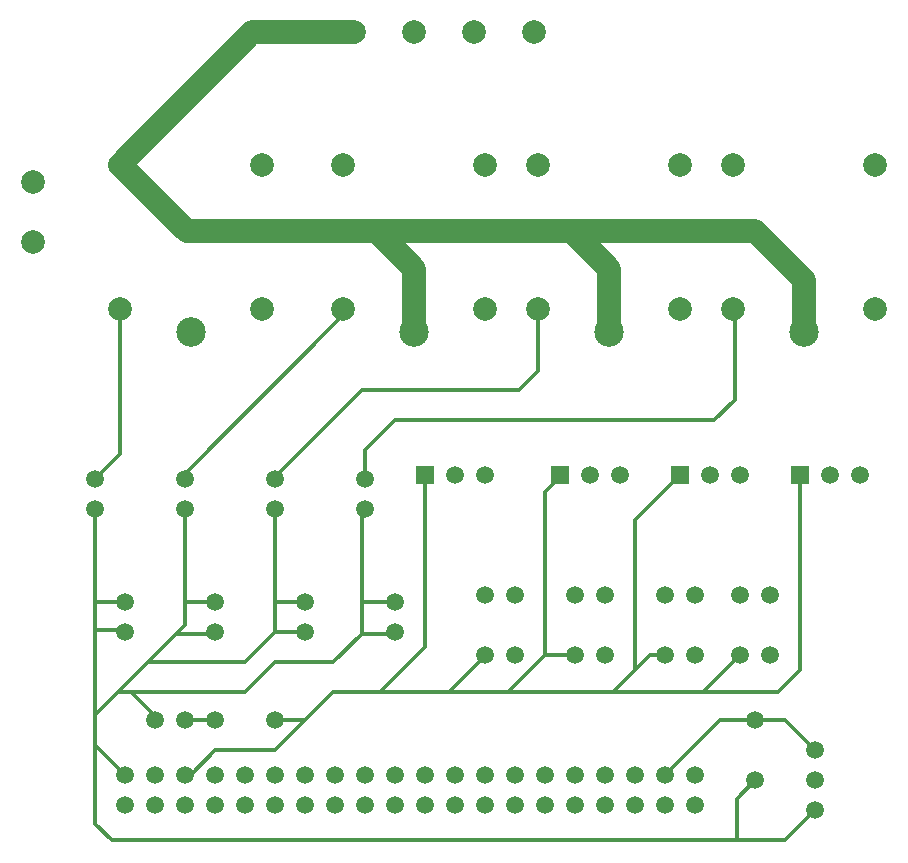
<source format=gtl>
G04 DipTrace 3.1.0.1*
G04 Controller.GTL*
%MOMM*%
G04 #@! TF.FileFunction,Copper,L1,Top*
G04 #@! TF.Part,Single*
G04 #@! TA.AperFunction,ComponentPad*
%ADD13C,2.0*%
G04 #@! TA.AperFunction,Conductor*
%ADD14C,0.33*%
G04 #@! TA.AperFunction,ComponentPad*
%ADD16C,2.5*%
%ADD17C,1.5*%
%ADD18R,1.5X1.5*%
%FSLAX35Y35*%
G04*
G71*
G90*
G75*
G01*
G04 Top*
%LPD*%
X2200167Y6909793D2*
D13*
X2762917Y6347043D1*
X4371793D1*
X6022793D1*
X7578543D1*
X7991293Y5934293D1*
Y5489793D1*
X6022793Y6347043D2*
X6340293Y6029543D1*
Y5489793D1*
X4371793Y6347043D2*
X4689293Y6029543D1*
Y5489793D1*
X2200167Y6909793D2*
X3320167Y8029793D1*
X4181293D1*
X2200167Y5689793D2*
D14*
Y4461163D1*
X1990543Y4251540D1*
X2244543Y3203797D2*
X1990543D1*
Y2965667D1*
Y2249393D1*
Y1997297D1*
X2244543Y1743297D1*
Y2949793D2*
Y2965667D1*
X1990543D1*
X3006543Y3203797D2*
Y3210033D1*
X2752543D1*
Y3011393D1*
X2690943Y2949793D1*
X2436943Y2695790D1*
X2182947Y2441797D1*
X1990543Y2249393D1*
X3006543Y2949793D2*
Y2933920D1*
X2690943D1*
Y2949793D1*
X3768543Y3203797D2*
X3514543D1*
Y2949793D1*
X3768543D1*
X3514543D2*
X3260540Y2695790D1*
X2436943D1*
X8086543Y1441667D2*
X7832547Y1187670D1*
X7419793D1*
X2133417D1*
X1990543Y1330543D1*
Y1997297D1*
X7578543Y1695667D2*
X7419793Y1536917D1*
Y1187670D1*
X1990543Y3203797D2*
Y3997547D1*
X2752543Y3210033D2*
Y3997547D1*
X3514543Y3203797D2*
Y3997547D1*
X2182947Y2441797D2*
X2294590D1*
X3260547D1*
X3514540Y2695790D1*
X4006663D1*
X4244793Y2933920D1*
X4514670D1*
X4530543Y2949793D1*
X4244793Y2933920D2*
Y3209017D1*
Y3965797D1*
X4276543Y3997547D1*
X4244793Y3209017D2*
X4525323D1*
X4530543Y3203797D1*
X2498543Y2203667D2*
Y2237843D1*
X2294590Y2441797D1*
X4089293Y5689793D2*
Y5635918D1*
X2704915Y4251540D1*
X2752543D1*
X5740293Y5689793D2*
Y5159670D1*
X5578293Y4997670D1*
X4244793D1*
X3514543Y4267420D1*
Y4251540D1*
X4276543D2*
Y4489667D1*
X4530543Y4743667D1*
X7229293D1*
X7403917Y4918290D1*
Y5680293D1*
X7400793D1*
X7391293Y5689793D1*
X7578543Y2203667D2*
X7276913D1*
X6816543Y1743297D1*
X8086543Y1949670D2*
Y1949667D1*
X7832543Y2203667D1*
X7578543D1*
X4784543Y4283297D2*
Y2822793D1*
X4403547Y2441797D1*
X4986213D1*
X5483047D1*
X5800540Y2759290D1*
X6054543D1*
X6943543Y4283297D2*
X6562543Y3902297D1*
Y2632297D1*
X6372043Y2441797D1*
X5483047D1*
X6816543Y2759290D2*
X6689537D1*
X6562543Y2632297D1*
X7451543Y2759290D2*
X7134050Y2441797D1*
X6372043D1*
X7959543Y4283297D2*
Y2632297D1*
X7769043Y2441797D1*
X7134050D1*
X5800540Y2759290D2*
Y4140417D1*
X5927543Y4267420D1*
Y4283297D1*
X4403547Y2441797D2*
X4006673D1*
X3768543Y2203667D1*
X3514547Y1949670D1*
X3006543D1*
X2800170Y1743297D1*
X2752543D1*
X5292543Y2759290D2*
Y2748127D1*
X4986213Y2441797D1*
X3514543Y2203667D2*
X3768543D1*
X2752543D2*
X3006543D1*
D16*
X2800167Y5489793D3*
D13*
X2200167Y5689793D3*
X3400167D3*
X2200167Y6909793D3*
X3400167D3*
X4181293Y8029793D3*
X4689293D3*
X5197293D3*
X5705293D3*
D17*
X2244543Y1743297D3*
X2498543D3*
X2752543D3*
X3006543D3*
X3260543D3*
X3514543D3*
X3768543D3*
X4022543D3*
X4276543D3*
X4530543D3*
X4784543D3*
X5038543D3*
X5292543D3*
X5546543D3*
X5800543D3*
X6054543D3*
X6308543D3*
X6562543D3*
X6816543D3*
X7070543D3*
X2244543Y1489293D3*
X2498543D3*
X3006543D3*
X2752543D3*
X3260543D3*
X3514543D3*
X3768543D3*
X4022543D3*
X4276543D3*
X4530543D3*
X4784543D3*
X5038543D3*
X5292543D3*
X5546543D3*
X5800543D3*
X6054543D3*
X6308543D3*
X6562543D3*
X6816543D3*
X7070543D3*
X1990543Y4251540D3*
Y3997547D3*
X2498543Y2203667D3*
X2752543D3*
X2244543Y3203797D3*
Y2949793D3*
X5292543Y4283297D3*
X5038543D3*
D18*
X4784543D3*
D17*
X2752543Y4251540D3*
Y3997547D3*
X3006543Y2203667D3*
X3514543D3*
X3006543Y3203797D3*
Y2949793D3*
X3514543Y4251540D3*
Y3997547D3*
X3768543Y3203797D3*
Y2949793D3*
X4276543Y4251540D3*
Y3997547D3*
X4530543Y3203797D3*
Y2949793D3*
X5292543Y3267297D3*
Y2759290D3*
X5546543Y3267297D3*
Y2759290D3*
X6435543Y4283297D3*
X6181543D3*
D18*
X5927543D3*
D17*
X6054543Y3267297D3*
X6308543D3*
X6054543Y2759290D3*
X6308543D3*
X7451543Y4283297D3*
X7197543D3*
D18*
X6943543D3*
D17*
X8467543D3*
X8213543D3*
D18*
X7959543D3*
D17*
X6816543Y3267297D3*
X7070543D3*
X6816543Y2759290D3*
X7070543D3*
X7451543Y3267297D3*
X7705543D3*
X7451543Y2759290D3*
X7705543D3*
X8086543Y1949670D3*
Y1695667D3*
X7578543Y2203667D3*
Y1695667D3*
X8086543Y1441667D3*
D13*
X1466667Y6759793D3*
Y6251793D3*
D16*
X4689293Y5489793D3*
D13*
X4089293Y5689793D3*
X5289293D3*
X4089293Y6909793D3*
X5289293D3*
D16*
X6340293Y5489793D3*
D13*
X5740293Y5689793D3*
X6940293D3*
X5740293Y6909793D3*
X6940293D3*
D16*
X7991293Y5489793D3*
D13*
X7391293Y5689793D3*
X8591293D3*
X7391293Y6909793D3*
X8591293D3*
M02*

</source>
